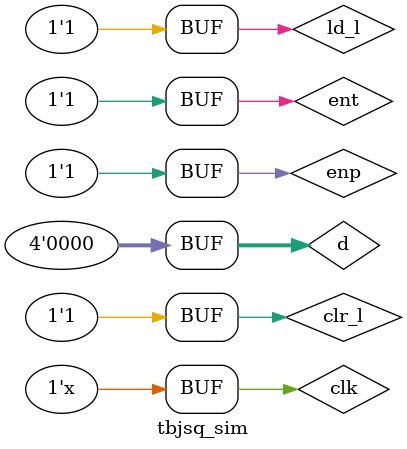
<source format=v>
`timescale 1ns / 1ps


module tbjsq_sim;
    reg clk = 0;
    reg clr_l = 1;
    reg ld_l = 1;
    reg enp = 1;
    reg ent = 1;
    reg [3:0] d = 0;
    wire [3:0] q;
    wire rco;
tbjsq uut(clk,clr_l,ld_l,enp,ent,d,q,rco);
always #10 clk =~ clk;
endmodule

</source>
